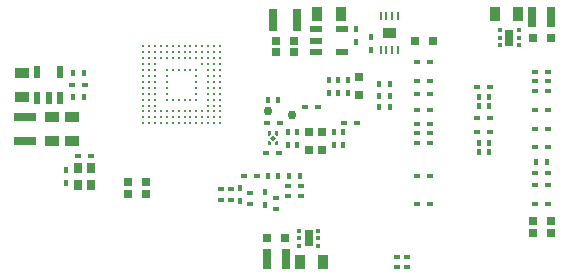
<source format=gbr>
G04 #@! TF.GenerationSoftware,KiCad,Pcbnew,5.0.2-bee76a0~70~ubuntu18.04.1*
G04 #@! TF.CreationDate,2019-05-16T13:37:02+08:00*
G04 #@! TF.ProjectId,require,72657175-6972-4652-9e6b-696361645f70,rev?*
G04 #@! TF.SameCoordinates,Original*
G04 #@! TF.FileFunction,Paste,Bot*
G04 #@! TF.FilePolarity,Positive*
%FSLAX46Y46*%
G04 Gerber Fmt 4.6, Leading zero omitted, Abs format (unit mm)*
G04 Created by KiCad (PCBNEW 5.0.2-bee76a0~70~ubuntu18.04.1) date 2019年05月16日 星期四 13时37分02秒*
%MOMM*%
%LPD*%
G01*
G04 APERTURE LIST*
%ADD10C,0.100000*%
%ADD11C,0.900000*%
%ADD12R,0.250000X0.800000*%
%ADD13C,0.098000*%
%ADD14C,0.320000*%
%ADD15R,0.700000X1.470000*%
%ADD16R,0.400000X0.320000*%
%ADD17R,0.350000X0.550000*%
%ADD18R,0.750000X0.850000*%
%ADD19R,0.750000X1.750000*%
%ADD20R,1.010000X0.600000*%
%ADD21R,1.200000X0.950000*%
%ADD22R,0.950000X1.200000*%
%ADD23R,0.750000X0.700000*%
%ADD24R,0.700000X0.750000*%
%ADD25R,0.450000X0.550000*%
%ADD26R,0.550000X0.450000*%
%ADD27R,0.550000X0.350000*%
%ADD28C,0.250000*%
%ADD29R,0.750000X1.950000*%
%ADD30R,0.600000X1.010000*%
%ADD31R,1.950000X0.750000*%
%ADD32C,0.750000*%
G04 APERTURE END LIST*
D10*
G04 #@! TO.C,U830*
G36*
X72048527Y-55650542D02*
X72059448Y-55652162D01*
X72070157Y-55654844D01*
X72080552Y-55658564D01*
X72090532Y-55663284D01*
X72100002Y-55668960D01*
X72108869Y-55675536D01*
X72117050Y-55682950D01*
X72124464Y-55691131D01*
X72131040Y-55699998D01*
X72136716Y-55709468D01*
X72141436Y-55719448D01*
X72145156Y-55729843D01*
X72147838Y-55740552D01*
X72149458Y-55751473D01*
X72150000Y-55762500D01*
X72150000Y-56437500D01*
X72149458Y-56448527D01*
X72147838Y-56459448D01*
X72145156Y-56470157D01*
X72141436Y-56480552D01*
X72136716Y-56490532D01*
X72131040Y-56500002D01*
X72124464Y-56508869D01*
X72117050Y-56517050D01*
X72108869Y-56524464D01*
X72100002Y-56531040D01*
X72090532Y-56536716D01*
X72080552Y-56541436D01*
X72070157Y-56545156D01*
X72059448Y-56547838D01*
X72048527Y-56549458D01*
X72037500Y-56550000D01*
X71162500Y-56550000D01*
X71151473Y-56549458D01*
X71140552Y-56547838D01*
X71129843Y-56545156D01*
X71119448Y-56541436D01*
X71109468Y-56536716D01*
X71099998Y-56531040D01*
X71091131Y-56524464D01*
X71082950Y-56517050D01*
X71075536Y-56508869D01*
X71068960Y-56500002D01*
X71063284Y-56490532D01*
X71058564Y-56480552D01*
X71054844Y-56470157D01*
X71052162Y-56459448D01*
X71050542Y-56448527D01*
X71050000Y-56437500D01*
X71050000Y-55762500D01*
X71050542Y-55751473D01*
X71052162Y-55740552D01*
X71054844Y-55729843D01*
X71058564Y-55719448D01*
X71063284Y-55709468D01*
X71068960Y-55699998D01*
X71075536Y-55691131D01*
X71082950Y-55682950D01*
X71091131Y-55675536D01*
X71099998Y-55668960D01*
X71109468Y-55663284D01*
X71119448Y-55658564D01*
X71129843Y-55654844D01*
X71140552Y-55652162D01*
X71151473Y-55650542D01*
X71162500Y-55650000D01*
X72037500Y-55650000D01*
X72048527Y-55650542D01*
X72048527Y-55650542D01*
G37*
D11*
X71600000Y-56100000D03*
D12*
X70850000Y-57550000D03*
X71350000Y-57550000D03*
X71850000Y-57550000D03*
X72350000Y-57550000D03*
X72350000Y-54650000D03*
X71850000Y-54650000D03*
X71350000Y-54650000D03*
X70850000Y-54650000D03*
G04 #@! TD*
D13*
G04 #@! TO.C,U260*
X62075000Y-65500000D03*
D10*
G36*
X62204000Y-65599000D02*
X61946000Y-65599000D01*
X61946000Y-65360414D01*
X62095414Y-65211000D01*
X62204000Y-65211000D01*
X62204000Y-65599000D01*
X62204000Y-65599000D01*
G37*
D13*
X61425000Y-64500000D03*
D10*
G36*
X61296000Y-64401000D02*
X61554000Y-64401000D01*
X61554000Y-64639586D01*
X61404586Y-64789000D01*
X61296000Y-64789000D01*
X61296000Y-64401000D01*
X61296000Y-64401000D01*
G37*
D13*
X61425000Y-65500000D03*
D10*
G36*
X61554000Y-65360414D02*
X61554000Y-65599000D01*
X61296000Y-65599000D01*
X61296000Y-65211000D01*
X61404586Y-65211000D01*
X61554000Y-65360414D01*
X61554000Y-65360414D01*
G37*
D13*
X62075000Y-64500000D03*
D10*
G36*
X61946000Y-64639586D02*
X61946000Y-64401000D01*
X62204000Y-64401000D01*
X62204000Y-64789000D01*
X62095414Y-64789000D01*
X61946000Y-64639586D01*
X61946000Y-64639586D01*
G37*
D14*
X61750000Y-65000000D03*
D10*
G36*
X61523726Y-65000000D02*
X61750000Y-64773726D01*
X61976274Y-65000000D01*
X61750000Y-65226274D01*
X61523726Y-65000000D01*
X61523726Y-65000000D01*
G37*
G04 #@! TD*
D15*
G04 #@! TO.C,U220*
X64750000Y-73500000D03*
D16*
X63925000Y-73500000D03*
X63925000Y-72850000D03*
X63925000Y-74150000D03*
X65575000Y-74150000D03*
X65575000Y-73500000D03*
X65575000Y-72850000D03*
G04 #@! TD*
D15*
G04 #@! TO.C,U230*
X81750000Y-56500000D03*
D16*
X82575000Y-56500000D03*
X82575000Y-57150000D03*
X82575000Y-55850000D03*
X80925000Y-55850000D03*
X80925000Y-56500000D03*
X80925000Y-57150000D03*
G04 #@! TD*
D17*
G04 #@! TO.C,F229*
X63987500Y-68250000D03*
X63087500Y-68250000D03*
G04 #@! TD*
G04 #@! TO.C,F269*
X61300000Y-68250000D03*
X62200000Y-68250000D03*
G04 #@! TD*
D18*
G04 #@! TO.C,Y520*
X46300000Y-68950000D03*
X46300000Y-67550000D03*
X45200000Y-67550000D03*
X45200000Y-68950000D03*
G04 #@! TD*
D19*
G04 #@! TO.C,L220*
X62800000Y-75250000D03*
X61200000Y-75250000D03*
G04 #@! TD*
D20*
G04 #@! TO.C,U200*
X67600000Y-57700000D03*
X67600000Y-55800000D03*
X65400000Y-55800000D03*
X65400000Y-56750000D03*
X65400000Y-57700000D03*
G04 #@! TD*
D21*
G04 #@! TO.C,C251*
X40500000Y-61500000D03*
X40500000Y-59500000D03*
G04 #@! TD*
G04 #@! TO.C,C253*
X44750000Y-63250000D03*
X44750000Y-65250000D03*
G04 #@! TD*
D22*
G04 #@! TO.C,C201*
X65500000Y-54500000D03*
X67500000Y-54500000D03*
G04 #@! TD*
G04 #@! TO.C,C231*
X82500000Y-54500000D03*
X80500000Y-54500000D03*
G04 #@! TD*
D23*
G04 #@! TO.C,C510*
X49500000Y-68750000D03*
X51000000Y-68750000D03*
G04 #@! TD*
D24*
G04 #@! TO.C,C205*
X69062500Y-61362500D03*
X69062500Y-59862500D03*
G04 #@! TD*
G04 #@! TO.C,C225*
X64756250Y-66012500D03*
X64756250Y-64512500D03*
G04 #@! TD*
G04 #@! TO.C,C350*
X65893750Y-66012500D03*
X65893750Y-64512500D03*
G04 #@! TD*
D23*
G04 #@! TO.C,C203*
X62000000Y-56750000D03*
X63500000Y-56750000D03*
G04 #@! TD*
G04 #@! TO.C,C204*
X62000000Y-57750000D03*
X63500000Y-57750000D03*
G04 #@! TD*
G04 #@! TO.C,C233*
X85250000Y-56500000D03*
X83750000Y-56500000D03*
G04 #@! TD*
G04 #@! TO.C,C223*
X61250000Y-73500000D03*
X62750000Y-73500000D03*
G04 #@! TD*
G04 #@! TO.C,C300*
X83750000Y-72000000D03*
X85250000Y-72000000D03*
G04 #@! TD*
G04 #@! TO.C,C301*
X83750000Y-73000000D03*
X85250000Y-73000000D03*
G04 #@! TD*
G04 #@! TO.C,C511*
X49500000Y-69750000D03*
X51000000Y-69750000D03*
G04 #@! TD*
G04 #@! TO.C,C302*
X75250000Y-56800000D03*
X73750000Y-56800000D03*
G04 #@! TD*
D25*
G04 #@! TO.C,C520*
X44250000Y-67700000D03*
X44250000Y-68800000D03*
G04 #@! TD*
D26*
G04 #@! TO.C,C521*
X45200000Y-66500000D03*
X46300000Y-66500000D03*
G04 #@! TD*
G04 #@! TO.C,C310*
X85050000Y-59400000D03*
X83950000Y-59400000D03*
G04 #@! TD*
G04 #@! TO.C,C311*
X85050000Y-60200000D03*
X83950000Y-60200000D03*
G04 #@! TD*
G04 #@! TO.C,C312*
X85050000Y-62600000D03*
X83950000Y-62600000D03*
G04 #@! TD*
G04 #@! TO.C,C313*
X85050000Y-64200000D03*
X83950000Y-64200000D03*
G04 #@! TD*
G04 #@! TO.C,C314*
X85050000Y-65800000D03*
X83950000Y-65800000D03*
G04 #@! TD*
G04 #@! TO.C,C315*
X85050000Y-69000000D03*
X83950000Y-69000000D03*
G04 #@! TD*
G04 #@! TO.C,C316*
X85050000Y-70600000D03*
X83950000Y-70600000D03*
G04 #@! TD*
G04 #@! TO.C,C317*
X73950000Y-58600000D03*
X75050000Y-58600000D03*
G04 #@! TD*
G04 #@! TO.C,C318*
X73950000Y-60200000D03*
X75050000Y-60200000D03*
G04 #@! TD*
G04 #@! TO.C,C319*
X73950000Y-62600000D03*
X75050000Y-62600000D03*
G04 #@! TD*
G04 #@! TO.C,C320*
X73950000Y-64600000D03*
X75050000Y-64600000D03*
G04 #@! TD*
G04 #@! TO.C,C321*
X73950000Y-65400000D03*
X75050000Y-65400000D03*
G04 #@! TD*
G04 #@! TO.C,C322*
X73950000Y-68200000D03*
X75050000Y-68200000D03*
G04 #@! TD*
G04 #@! TO.C,C323*
X73950000Y-70600000D03*
X75050000Y-70600000D03*
G04 #@! TD*
G04 #@! TO.C,C330*
X80150000Y-60700000D03*
X79050000Y-60700000D03*
G04 #@! TD*
G04 #@! TO.C,C332*
X73950000Y-63800000D03*
X75050000Y-63800000D03*
G04 #@! TD*
G04 #@! TO.C,C340*
X80150000Y-64500000D03*
X79050000Y-64500000D03*
G04 #@! TD*
D25*
G04 #@! TO.C,C206*
X68087500Y-60062500D03*
X68087500Y-61162500D03*
G04 #@! TD*
G04 #@! TO.C,C207*
X67275000Y-60062500D03*
X67275000Y-61162500D03*
G04 #@! TD*
G04 #@! TO.C,C208*
X66462500Y-60062500D03*
X66462500Y-61162500D03*
G04 #@! TD*
D26*
G04 #@! TO.C,C255*
X67750000Y-63700000D03*
X68850000Y-63700000D03*
G04 #@! TD*
G04 #@! TO.C,C256*
X65550000Y-62400000D03*
X64450000Y-62400000D03*
G04 #@! TD*
D25*
G04 #@! TO.C,C257*
X62968750Y-64512500D03*
X62968750Y-65612500D03*
G04 #@! TD*
G04 #@! TO.C,C226*
X63781250Y-64512500D03*
X63781250Y-65612500D03*
G04 #@! TD*
G04 #@! TO.C,C351*
X66868750Y-64512500D03*
X66868750Y-65612500D03*
G04 #@! TD*
G04 #@! TO.C,C352*
X67681250Y-64512500D03*
X67681250Y-65612500D03*
G04 #@! TD*
D26*
G04 #@! TO.C,C265*
X59250000Y-68250000D03*
X60350000Y-68250000D03*
G04 #@! TD*
D25*
G04 #@! TO.C,C269*
X61100000Y-70668750D03*
X61100000Y-69568750D03*
G04 #@! TD*
D26*
G04 #@! TO.C,C229*
X64087500Y-69062500D03*
X62987500Y-69062500D03*
G04 #@! TD*
G04 #@! TO.C,C258*
X64087500Y-69875000D03*
X62987500Y-69875000D03*
G04 #@! TD*
D25*
G04 #@! TO.C,C110*
X58987500Y-69243750D03*
X58987500Y-70343750D03*
G04 #@! TD*
D26*
G04 #@! TO.C,C331*
X85050000Y-68000000D03*
X83950000Y-68000000D03*
G04 #@! TD*
D25*
G04 #@! TO.C,C830*
X70000000Y-56450000D03*
X70000000Y-57550000D03*
G04 #@! TD*
G04 #@! TO.C,C200*
X68750000Y-56850000D03*
X68750000Y-55750000D03*
G04 #@! TD*
D26*
G04 #@! TO.C,C260*
X62300000Y-63700000D03*
X61200000Y-63700000D03*
G04 #@! TD*
G04 #@! TO.C,C261*
X61150000Y-66300000D03*
X62250000Y-66300000D03*
G04 #@! TD*
G04 #@! TO.C,C252*
X44700000Y-60500000D03*
X45800000Y-60500000D03*
G04 #@! TD*
G04 #@! TO.C,C324*
X85050000Y-61000000D03*
X83950000Y-61000000D03*
G04 #@! TD*
G04 #@! TO.C,C325*
X73950000Y-61250000D03*
X75050000Y-61250000D03*
G04 #@! TD*
G04 #@! TO.C,C326*
X79050000Y-63300000D03*
X80150000Y-63300000D03*
G04 #@! TD*
D17*
G04 #@! TO.C,R830*
X70725000Y-60450000D03*
X71625000Y-60450000D03*
G04 #@! TD*
D27*
G04 #@! TO.C,R110*
X59800000Y-69668750D03*
X59800000Y-70568750D03*
G04 #@! TD*
D17*
G04 #@! TO.C,R50*
X84050000Y-67000000D03*
X84950000Y-67000000D03*
G04 #@! TD*
G04 #@! TO.C,R330*
X80050000Y-62300000D03*
X79150000Y-62300000D03*
G04 #@! TD*
G04 #@! TO.C,R331*
X79150000Y-61500000D03*
X80050000Y-61500000D03*
G04 #@! TD*
G04 #@! TO.C,R340*
X79150000Y-66200000D03*
X80050000Y-66200000D03*
G04 #@! TD*
G04 #@! TO.C,R341*
X79150000Y-65400000D03*
X80050000Y-65400000D03*
G04 #@! TD*
G04 #@! TO.C,R831*
X70725000Y-61425000D03*
X71625000Y-61425000D03*
G04 #@! TD*
G04 #@! TO.C,R410*
X70725000Y-62400000D03*
X71625000Y-62400000D03*
G04 #@! TD*
D27*
G04 #@! TO.C,R805*
X61993750Y-70075000D03*
X61993750Y-70975000D03*
G04 #@! TD*
D17*
G04 #@! TO.C,R400*
X61300000Y-61750000D03*
X62200000Y-61750000D03*
G04 #@! TD*
D27*
G04 #@! TO.C,R700*
X58175000Y-69343750D03*
X58175000Y-70243750D03*
G04 #@! TD*
G04 #@! TO.C,R701*
X57362500Y-70243750D03*
X57362500Y-69343750D03*
G04 #@! TD*
D17*
G04 #@! TO.C,R252*
X45700000Y-61500000D03*
X44800000Y-61500000D03*
G04 #@! TD*
G04 #@! TO.C,R253*
X44800000Y-59500000D03*
X45700000Y-59500000D03*
G04 #@! TD*
D28*
G04 #@! TO.C,U400*
X50750000Y-63750000D03*
X50750000Y-63250000D03*
X50750000Y-62750000D03*
X50750000Y-62250000D03*
X50750000Y-61750000D03*
X50750000Y-61250000D03*
X50750000Y-60750000D03*
X50750000Y-60250000D03*
X50750000Y-59750000D03*
X50750000Y-59250000D03*
X50750000Y-58750000D03*
X50750000Y-58250000D03*
X50750000Y-57750000D03*
X50750000Y-57250000D03*
X51250000Y-63750000D03*
X51250000Y-63250000D03*
X51250000Y-62750000D03*
X51250000Y-62250000D03*
X51250000Y-61750000D03*
X51250000Y-61250000D03*
X51250000Y-60750000D03*
X51250000Y-60250000D03*
X51250000Y-59750000D03*
X51250000Y-59250000D03*
X51250000Y-58750000D03*
X51250000Y-58250000D03*
X51250000Y-57750000D03*
X51250000Y-57250000D03*
X51750000Y-63750000D03*
X51750000Y-63250000D03*
X51750000Y-62750000D03*
X51750000Y-62250000D03*
X51750000Y-61750000D03*
X51750000Y-61250000D03*
X51750000Y-60750000D03*
X51750000Y-60250000D03*
X51750000Y-59750000D03*
X51750000Y-59250000D03*
X51750000Y-58750000D03*
X51750000Y-58250000D03*
X51750000Y-57750000D03*
X51750000Y-57250000D03*
X52250000Y-63750000D03*
X52250000Y-63250000D03*
X52250000Y-62750000D03*
X52250000Y-58250000D03*
X52250000Y-57750000D03*
X52250000Y-57250000D03*
X52750000Y-63750000D03*
X52750000Y-63250000D03*
X52750000Y-62750000D03*
X52750000Y-61750000D03*
X52750000Y-61250000D03*
X52750000Y-60750000D03*
X52750000Y-60250000D03*
X52750000Y-59750000D03*
X52750000Y-59250000D03*
X52750000Y-58250000D03*
X52750000Y-57750000D03*
X52750000Y-57250000D03*
X53250000Y-63750000D03*
X53250000Y-63250000D03*
X53250000Y-62750000D03*
X53250000Y-61750000D03*
X53250000Y-59250000D03*
X53250000Y-58250000D03*
X53250000Y-57750000D03*
X53250000Y-57250000D03*
X53750000Y-63750000D03*
X53750000Y-63250000D03*
X53750000Y-62750000D03*
X53750000Y-61750000D03*
X53750000Y-59250000D03*
X53750000Y-58250000D03*
X53750000Y-57750000D03*
X53750000Y-57250000D03*
X54250000Y-63750000D03*
X54250000Y-63250000D03*
X54250000Y-62750000D03*
X54250000Y-61750000D03*
X54250000Y-59250000D03*
X54250000Y-58250000D03*
X54250000Y-57750000D03*
X54250000Y-57250000D03*
X54750000Y-63750000D03*
X54750000Y-63250000D03*
X54750000Y-62750000D03*
X54750000Y-61750000D03*
X54750000Y-59250000D03*
X54750000Y-58250000D03*
X54750000Y-57750000D03*
X54750000Y-57250000D03*
X55250000Y-63750000D03*
X55250000Y-63250000D03*
X55250000Y-62750000D03*
X55250000Y-61750000D03*
X55250000Y-61250000D03*
X55250000Y-60750000D03*
X55250000Y-60250000D03*
X55250000Y-59750000D03*
X55250000Y-59250000D03*
X55250000Y-58250000D03*
X55250000Y-57750000D03*
X55250000Y-57250000D03*
X55750000Y-63750000D03*
X55750000Y-63250000D03*
X55750000Y-62750000D03*
X55750000Y-58750000D03*
X55750000Y-58250000D03*
X55750000Y-57750000D03*
X55750000Y-57250000D03*
X56250000Y-63750000D03*
X56250000Y-63250000D03*
X56250000Y-62750000D03*
X56250000Y-62250000D03*
X56250000Y-61750000D03*
X56250000Y-61250000D03*
X56250000Y-60750000D03*
X56250000Y-60250000D03*
X56250000Y-59750000D03*
X56250000Y-59250000D03*
X56250000Y-58750000D03*
X56250000Y-58250000D03*
X56250000Y-57750000D03*
X56250000Y-57250000D03*
X56750000Y-63750000D03*
X56750000Y-63250000D03*
X56750000Y-62750000D03*
X56750000Y-62250000D03*
X56750000Y-61750000D03*
X56750000Y-61250000D03*
X56750000Y-60750000D03*
X56750000Y-60250000D03*
X56750000Y-59750000D03*
X56750000Y-59250000D03*
X56750000Y-58750000D03*
X56750000Y-58250000D03*
X56750000Y-57750000D03*
X56750000Y-57250000D03*
X57250000Y-63750000D03*
X57250000Y-63250000D03*
X57250000Y-62750000D03*
X57250000Y-62250000D03*
X57250000Y-61750000D03*
X57250000Y-61250000D03*
X57250000Y-60750000D03*
X57250000Y-60250000D03*
X57250000Y-59750000D03*
X57250000Y-59250000D03*
X57250000Y-58750000D03*
X57250000Y-58250000D03*
X57250000Y-57750000D03*
X57250000Y-57250000D03*
G04 #@! TD*
D19*
G04 #@! TO.C,L230*
X83700000Y-54750000D03*
X85300000Y-54750000D03*
G04 #@! TD*
D29*
G04 #@! TO.C,L200*
X63750000Y-55000000D03*
X61750000Y-55000000D03*
G04 #@! TD*
D30*
G04 #@! TO.C,U250*
X43700000Y-61600000D03*
X42750000Y-61600000D03*
X41800000Y-61600000D03*
X41800000Y-59400000D03*
X43700000Y-59400000D03*
G04 #@! TD*
D31*
G04 #@! TO.C,L250*
X40750000Y-65250000D03*
X40750000Y-63250000D03*
G04 #@! TD*
D21*
G04 #@! TO.C,C254*
X43000000Y-65250000D03*
X43000000Y-63250000D03*
G04 #@! TD*
D22*
G04 #@! TO.C,C221*
X66000000Y-75500000D03*
X64000000Y-75500000D03*
G04 #@! TD*
D27*
G04 #@! TO.C,R812*
X73060000Y-75050000D03*
X73060000Y-75950000D03*
G04 #@! TD*
G04 #@! TO.C,R813*
X72260000Y-75950000D03*
X72260000Y-75050000D03*
G04 #@! TD*
D32*
G04 #@! TO.C,TP100*
X61300000Y-62725000D03*
G04 #@! TD*
G04 #@! TO.C,TP101*
X63375000Y-63050000D03*
G04 #@! TD*
M02*

</source>
